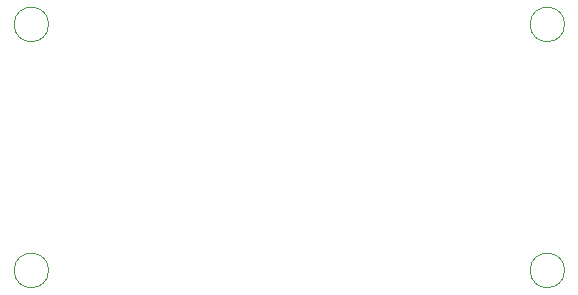
<source format=gko>
G04*
G04 #@! TF.GenerationSoftware,Altium Limited,Altium Designer,21.3.2 (30)*
G04*
G04 Layer_Color=16711935*
%FSTAX24Y24*%
%MOIN*%
G70*
G04*
G04 #@! TF.SameCoordinates,DBE85665-E0BB-432C-AE5E-D4A4B8DC2BF9*
G04*
G04*
G04 #@! TF.FilePolarity,Positive*
G04*
G01*
G75*
%ADD72C,0.0020*%
D72*
X038375Y02225D02*
G03*
X038375Y02225I-000575J0D01*
G01*
Y01405D02*
G03*
X038375Y01405I-000575J0D01*
G01*
X021175Y02225D02*
G03*
X021175Y02225I-000575J0D01*
G01*
Y01405D02*
G03*
X021175Y01405I-000575J0D01*
G01*
M02*

</source>
